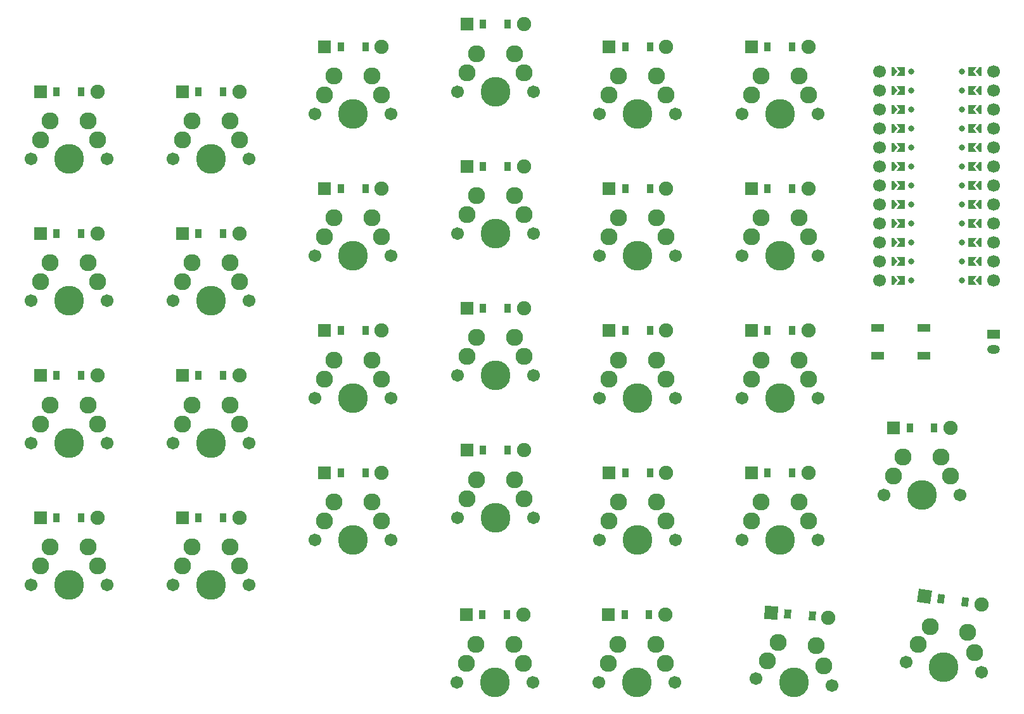
<source format=gbr>
%TF.GenerationSoftware,KiCad,Pcbnew,9.0.5*%
%TF.CreationDate,2025-11-01T14:53:46+08:00*%
%TF.ProjectId,main,6d61696e-2e6b-4696-9361-645f70636258,v1.0.0*%
%TF.SameCoordinates,Original*%
%TF.FileFunction,Soldermask,Top*%
%TF.FilePolarity,Negative*%
%FSLAX46Y46*%
G04 Gerber Fmt 4.6, Leading zero omitted, Abs format (unit mm)*
G04 Created by KiCad (PCBNEW 9.0.5) date 2025-11-01 14:53:46*
%MOMM*%
%LPD*%
G01*
G04 APERTURE LIST*
G04 Aperture macros list*
%AMRotRect*
0 Rectangle, with rotation*
0 The origin of the aperture is its center*
0 $1 length*
0 $2 width*
0 $3 Rotation angle, in degrees counterclockwise*
0 Add horizontal line*
21,1,$1,$2,0,0,$3*%
%AMFreePoly0*
4,1,6,0.250000,0.000000,-0.250000,-0.625000,-0.500000,-0.625000,-0.500000,0.625000,-0.250000,0.625000,0.250000,0.000000,0.250000,0.000000,$1*%
%AMFreePoly1*
4,1,6,0.500000,-0.625000,-0.650000,-0.625000,-0.150000,0.000000,-0.650000,0.625000,0.500000,0.625000,0.500000,-0.625000,0.500000,-0.625000,$1*%
G04 Aperture macros list end*
%ADD10R,1.800000X1.100000*%
%ADD11C,1.701800*%
%ADD12C,3.987800*%
%ADD13C,2.286000*%
%ADD14R,1.778000X1.778000*%
%ADD15R,0.900000X1.200000*%
%ADD16C,1.905000*%
%ADD17RotRect,1.778000X1.778000X352.000000*%
%ADD18RotRect,0.900000X1.200000X352.000000*%
%ADD19FreePoly0,180.000000*%
%ADD20C,1.700000*%
%ADD21FreePoly0,0.000000*%
%ADD22C,0.800000*%
%ADD23FreePoly1,180.000000*%
%ADD24FreePoly1,0.000000*%
%ADD25R,1.700000X1.200000*%
%ADD26O,1.700000X1.200000*%
%ADD27RotRect,1.778000X1.778000X355.000000*%
%ADD28RotRect,0.900000X1.200000X355.000000*%
G04 APERTURE END LIST*
D10*
%TO.C,B1*%
X137692500Y-61130000D03*
X143892500Y-61130000D03*
X137692500Y-64830000D03*
X143892500Y-64830000D03*
%TD*%
D11*
%TO.C,S11*%
X62520000Y-51500000D03*
D12*
X67600000Y-51500000D03*
D11*
X72680000Y-51500000D03*
D13*
X65060000Y-46420000D03*
X70140000Y-46420000D03*
X63790000Y-48960000D03*
X71410000Y-48960000D03*
%TD*%
D11*
%TO.C,S23*%
X119520000Y-51500000D03*
D12*
X124600000Y-51500000D03*
D11*
X129680000Y-51500000D03*
D13*
X122060000Y-46420000D03*
X127140000Y-46420000D03*
X120790000Y-48960000D03*
X128410000Y-48960000D03*
%TD*%
D14*
%TO.C,D4*%
X25790000Y-29500000D03*
D15*
X27950000Y-29500000D03*
X31250000Y-29500000D03*
D16*
X33410000Y-29500000D03*
%TD*%
D14*
%TO.C,D2*%
X25790000Y-67500000D03*
D15*
X27950000Y-67500000D03*
X31250000Y-67500000D03*
D16*
X33410000Y-67500000D03*
%TD*%
D14*
%TO.C,D27*%
X101690000Y-99500000D03*
D15*
X103850000Y-99500000D03*
X107150000Y-99500000D03*
D16*
X109310000Y-99500000D03*
%TD*%
D11*
%TO.C,S10*%
X62520000Y-70500000D03*
D12*
X67600000Y-70500000D03*
D11*
X72680000Y-70500000D03*
D13*
X65060000Y-65420000D03*
X70140000Y-65420000D03*
X63790000Y-67960000D03*
X71410000Y-67960000D03*
%TD*%
D11*
%TO.C,S3*%
X24520000Y-57500000D03*
D12*
X29600000Y-57500000D03*
D11*
X34680000Y-57500000D03*
D13*
X27060000Y-52420000D03*
X32140000Y-52420000D03*
X25790000Y-54960000D03*
X33410000Y-54960000D03*
%TD*%
D11*
%TO.C,S29*%
X141469438Y-105793001D03*
D12*
X146500000Y-106500000D03*
D11*
X151530562Y-107206999D03*
D13*
X144691718Y-101115942D03*
X149722280Y-101822938D03*
X143080578Y-103454470D03*
X150626421Y-104514969D03*
%TD*%
D11*
%TO.C,S28*%
X121439331Y-108057249D03*
D12*
X126500000Y-108500000D03*
D11*
X131560669Y-108942751D03*
D13*
X124412417Y-103217955D03*
X129473086Y-103660707D03*
X122925874Y-105637602D03*
X130516877Y-106301729D03*
%TD*%
D14*
%TO.C,D25*%
X139790000Y-74500000D03*
D15*
X141950000Y-74500000D03*
X145250000Y-74500000D03*
D16*
X147410000Y-74500000D03*
%TD*%
D17*
%TO.C,D29*%
X143979637Y-97057336D03*
D18*
X146118616Y-97357951D03*
X149386500Y-97817223D03*
D16*
X151525479Y-98117838D03*
%TD*%
D11*
%TO.C,S24*%
X119520000Y-32500000D03*
D12*
X124600000Y-32500000D03*
D11*
X129680000Y-32500000D03*
D13*
X122060000Y-27420000D03*
X127140000Y-27420000D03*
X120790000Y-29960000D03*
X128410000Y-29960000D03*
%TD*%
D14*
%TO.C,D8*%
X44790000Y-29500000D03*
D15*
X46950000Y-29500000D03*
X50250000Y-29500000D03*
D16*
X52410000Y-29500000D03*
%TD*%
D14*
%TO.C,D9*%
X63790000Y-80500000D03*
D15*
X65950000Y-80500000D03*
X69250000Y-80500000D03*
D16*
X71410000Y-80500000D03*
%TD*%
D14*
%TO.C,D15*%
X82790000Y-39500000D03*
D15*
X84950000Y-39500000D03*
X88250000Y-39500000D03*
D16*
X90410000Y-39500000D03*
%TD*%
D14*
%TO.C,D23*%
X120790000Y-42500000D03*
D15*
X122950000Y-42500000D03*
X126250000Y-42500000D03*
D16*
X128410000Y-42500000D03*
%TD*%
D14*
%TO.C,D7*%
X44790000Y-48500000D03*
D15*
X46950000Y-48500000D03*
X50250000Y-48500000D03*
D16*
X52410000Y-48500000D03*
%TD*%
D14*
%TO.C,D14*%
X82790000Y-58500000D03*
D15*
X84950000Y-58500000D03*
X88250000Y-58500000D03*
D16*
X90410000Y-58500000D03*
%TD*%
D14*
%TO.C,D16*%
X82790000Y-20500000D03*
D15*
X84950000Y-20500000D03*
X88250000Y-20500000D03*
D16*
X90410000Y-20500000D03*
%TD*%
D11*
%TO.C,S18*%
X100520000Y-70500000D03*
D12*
X105600000Y-70500000D03*
D11*
X110680000Y-70500000D03*
D13*
X103060000Y-65420000D03*
X108140000Y-65420000D03*
X101790000Y-67960000D03*
X109410000Y-67960000D03*
%TD*%
D11*
%TO.C,S15*%
X81520000Y-48500000D03*
D12*
X86600000Y-48500000D03*
D11*
X91680000Y-48500000D03*
D13*
X84060000Y-43420000D03*
X89140000Y-43420000D03*
X82790000Y-45960000D03*
X90410000Y-45960000D03*
%TD*%
D11*
%TO.C,S1*%
X24520000Y-95500000D03*
D12*
X29600000Y-95500000D03*
D11*
X34680000Y-95500000D03*
D13*
X27060000Y-90420000D03*
X32140000Y-90420000D03*
X25790000Y-92960000D03*
X33410000Y-92960000D03*
%TD*%
D11*
%TO.C,S27*%
X100420000Y-108500000D03*
D12*
X105500000Y-108500000D03*
D11*
X110580000Y-108500000D03*
D13*
X102960000Y-103420000D03*
X108040000Y-103420000D03*
X101690000Y-105960000D03*
X109310000Y-105960000D03*
%TD*%
D11*
%TO.C,S14*%
X81520000Y-67500000D03*
D12*
X86600000Y-67500000D03*
D11*
X91680000Y-67500000D03*
D13*
X84060000Y-62420000D03*
X89140000Y-62420000D03*
X82790000Y-64960000D03*
X90410000Y-64960000D03*
%TD*%
D11*
%TO.C,S6*%
X43520000Y-76500000D03*
D12*
X48600000Y-76500000D03*
D11*
X53680000Y-76500000D03*
D13*
X46060000Y-71420000D03*
X51140000Y-71420000D03*
X44790000Y-73960000D03*
X52410000Y-73960000D03*
%TD*%
D11*
%TO.C,S13*%
X81520000Y-86500000D03*
D12*
X86600000Y-86500000D03*
D11*
X91680000Y-86500000D03*
D13*
X84060000Y-81420000D03*
X89140000Y-81420000D03*
X82790000Y-83960000D03*
X90410000Y-83960000D03*
%TD*%
D11*
%TO.C,S2*%
X24520000Y-76500000D03*
D12*
X29600000Y-76500000D03*
D11*
X34680000Y-76500000D03*
D13*
X27060000Y-71420000D03*
X32140000Y-71420000D03*
X25790000Y-73960000D03*
X33410000Y-73960000D03*
%TD*%
D14*
%TO.C,D17*%
X101790000Y-80500000D03*
D15*
X103950000Y-80500000D03*
X107250000Y-80500000D03*
D16*
X109410000Y-80500000D03*
%TD*%
D19*
%TO.C,MCU1*%
X151055000Y-26800000D03*
D20*
X153175000Y-26800000D03*
D19*
X151055000Y-29340000D03*
D20*
X153175000Y-29340000D03*
D19*
X151055000Y-31880000D03*
D20*
X153175000Y-31880000D03*
D19*
X151055000Y-34420000D03*
D20*
X153175000Y-34420000D03*
D19*
X151055000Y-36960000D03*
D20*
X153175000Y-36960000D03*
D19*
X151055000Y-39500000D03*
D20*
X153175000Y-39500000D03*
D19*
X151055000Y-42040000D03*
D20*
X153175000Y-42040000D03*
D19*
X151055000Y-44580000D03*
D20*
X153175000Y-44580000D03*
D19*
X151055000Y-47120000D03*
D20*
X153175000Y-47120000D03*
D19*
X151055000Y-49660000D03*
D20*
X153175000Y-49660000D03*
D19*
X151055000Y-52200000D03*
D20*
X153175000Y-52200000D03*
D19*
X151055000Y-54740000D03*
D20*
X153175000Y-54740000D03*
X137935000Y-54740000D03*
D21*
X140055000Y-54740000D03*
D20*
X137935000Y-52200000D03*
D21*
X140055000Y-52200000D03*
D20*
X137935000Y-49660000D03*
D21*
X140055000Y-49660000D03*
D20*
X137935000Y-47120000D03*
D21*
X140055000Y-47120000D03*
D20*
X137935000Y-44580000D03*
D21*
X140055000Y-44580000D03*
D20*
X137935000Y-42040000D03*
D21*
X140055000Y-42040000D03*
D20*
X137935000Y-39500000D03*
D21*
X140055000Y-39500000D03*
D20*
X137935000Y-36960000D03*
D21*
X140055000Y-36960000D03*
D20*
X137935000Y-34420000D03*
D21*
X140055000Y-34420000D03*
D20*
X137935000Y-31880000D03*
D21*
X140055000Y-31880000D03*
D20*
X137935000Y-29340000D03*
D21*
X140055000Y-29340000D03*
D20*
X137935000Y-26800000D03*
D21*
X140055000Y-26800000D03*
D22*
X148955000Y-26800000D03*
D23*
X150330000Y-26800000D03*
D22*
X148955000Y-29340000D03*
D23*
X150330000Y-29340000D03*
D22*
X148955000Y-31880000D03*
D23*
X150330000Y-31880000D03*
D22*
X148955000Y-34420000D03*
D23*
X150330000Y-34420000D03*
D22*
X148955000Y-36960000D03*
D23*
X150330000Y-36960000D03*
D22*
X148955000Y-39500000D03*
D23*
X150330000Y-39500000D03*
D22*
X148955000Y-42040000D03*
D23*
X150330000Y-42040000D03*
D22*
X148955000Y-44580000D03*
D23*
X150330000Y-44580000D03*
D22*
X148955000Y-47120000D03*
D23*
X150330000Y-47120000D03*
D22*
X148955000Y-49660000D03*
D23*
X150330000Y-49660000D03*
D22*
X148955000Y-52200000D03*
D23*
X150330000Y-52200000D03*
D22*
X148955000Y-54740000D03*
D23*
X150330000Y-54740000D03*
D24*
X140780000Y-54740000D03*
D22*
X142155000Y-54740000D03*
D24*
X140780000Y-52200000D03*
D22*
X142155000Y-52200000D03*
D24*
X140780000Y-49660000D03*
D22*
X142155000Y-49660000D03*
D24*
X140780000Y-47120000D03*
D22*
X142155000Y-47120000D03*
D24*
X140780000Y-44580000D03*
D22*
X142155000Y-44580000D03*
D24*
X140780000Y-42040000D03*
D22*
X142155000Y-42040000D03*
D24*
X140780000Y-39500000D03*
D22*
X142155000Y-39500000D03*
D24*
X140780000Y-36960000D03*
D22*
X142155000Y-36960000D03*
D24*
X140780000Y-34420000D03*
D22*
X142155000Y-34420000D03*
D24*
X140780000Y-31880000D03*
D22*
X142155000Y-31880000D03*
D24*
X140780000Y-29340000D03*
D22*
X142155000Y-29340000D03*
D24*
X140780000Y-26800000D03*
D22*
X142155000Y-26800000D03*
%TD*%
D11*
%TO.C,S4*%
X24520000Y-38500000D03*
D12*
X29600000Y-38500000D03*
D11*
X34680000Y-38500000D03*
D13*
X27060000Y-33420000D03*
X32140000Y-33420000D03*
X25790000Y-35960000D03*
X33410000Y-35960000D03*
%TD*%
D11*
%TO.C,S26*%
X81420000Y-108500000D03*
D12*
X86500000Y-108500000D03*
D11*
X91580000Y-108500000D03*
D13*
X83960000Y-103420000D03*
X89040000Y-103420000D03*
X82690000Y-105960000D03*
X90310000Y-105960000D03*
%TD*%
D14*
%TO.C,D18*%
X101790000Y-61500000D03*
D15*
X103950000Y-61500000D03*
X107250000Y-61500000D03*
D16*
X109410000Y-61500000D03*
%TD*%
D14*
%TO.C,D19*%
X101790000Y-42500000D03*
D15*
X103950000Y-42500000D03*
X107250000Y-42500000D03*
D16*
X109410000Y-42500000D03*
%TD*%
D14*
%TO.C,D3*%
X25790000Y-48500000D03*
D15*
X27950000Y-48500000D03*
X31250000Y-48500000D03*
D16*
X33410000Y-48500000D03*
%TD*%
D14*
%TO.C,D22*%
X120790000Y-61500000D03*
D15*
X122950000Y-61500000D03*
X126250000Y-61500000D03*
D16*
X128410000Y-61500000D03*
%TD*%
D11*
%TO.C,S21*%
X119520000Y-89500000D03*
D12*
X124600000Y-89500000D03*
D11*
X129680000Y-89500000D03*
D13*
X122060000Y-84420000D03*
X127140000Y-84420000D03*
X120790000Y-86960000D03*
X128410000Y-86960000D03*
%TD*%
D14*
%TO.C,D13*%
X82790000Y-77500000D03*
D15*
X84950000Y-77500000D03*
X88250000Y-77500000D03*
D16*
X90410000Y-77500000D03*
%TD*%
D11*
%TO.C,S9*%
X62520000Y-89500000D03*
D12*
X67600000Y-89500000D03*
D11*
X72680000Y-89500000D03*
D13*
X65060000Y-84420000D03*
X70140000Y-84420000D03*
X63790000Y-86960000D03*
X71410000Y-86960000D03*
%TD*%
D14*
%TO.C,D6*%
X44790000Y-67500000D03*
D15*
X46950000Y-67500000D03*
X50250000Y-67500000D03*
D16*
X52410000Y-67500000D03*
%TD*%
D11*
%TO.C,S17*%
X100520000Y-89500000D03*
D12*
X105600000Y-89500000D03*
D11*
X110680000Y-89500000D03*
D13*
X103060000Y-84420000D03*
X108140000Y-84420000D03*
X101790000Y-86960000D03*
X109410000Y-86960000D03*
%TD*%
D25*
%TO.C,JST1*%
X153175000Y-61980000D03*
D26*
X153175000Y-63980000D03*
%TD*%
D11*
%TO.C,S7*%
X43520000Y-57500000D03*
D12*
X48600000Y-57500000D03*
D11*
X53680000Y-57500000D03*
D13*
X46060000Y-52420000D03*
X51140000Y-52420000D03*
X44790000Y-54960000D03*
X52410000Y-54960000D03*
%TD*%
D14*
%TO.C,D12*%
X63790000Y-23500000D03*
D15*
X65950000Y-23500000D03*
X69250000Y-23500000D03*
D16*
X71410000Y-23500000D03*
%TD*%
D14*
%TO.C,D20*%
X101790000Y-23500000D03*
D15*
X103950000Y-23500000D03*
X107250000Y-23500000D03*
D16*
X109410000Y-23500000D03*
%TD*%
D14*
%TO.C,D26*%
X82690000Y-99500000D03*
D15*
X84850000Y-99500000D03*
X88150000Y-99500000D03*
D16*
X90310000Y-99500000D03*
%TD*%
D11*
%TO.C,S12*%
X62520000Y-32500000D03*
D12*
X67600000Y-32500000D03*
D11*
X72680000Y-32500000D03*
D13*
X65060000Y-27420000D03*
X70140000Y-27420000D03*
X63790000Y-29960000D03*
X71410000Y-29960000D03*
%TD*%
D27*
%TO.C,D28*%
X123488900Y-99202185D03*
D28*
X125640681Y-99390441D03*
X128928123Y-99678055D03*
D16*
X131079904Y-99866311D03*
%TD*%
D11*
%TO.C,S20*%
X100520000Y-32500000D03*
D12*
X105600000Y-32500000D03*
D11*
X110680000Y-32500000D03*
D13*
X103060000Y-27420000D03*
X108140000Y-27420000D03*
X101790000Y-29960000D03*
X109410000Y-29960000D03*
%TD*%
D11*
%TO.C,S22*%
X119520000Y-70500000D03*
D12*
X124600000Y-70500000D03*
D11*
X129680000Y-70500000D03*
D13*
X122060000Y-65420000D03*
X127140000Y-65420000D03*
X120790000Y-67960000D03*
X128410000Y-67960000D03*
%TD*%
D14*
%TO.C,D11*%
X63790000Y-42500000D03*
D15*
X65950000Y-42500000D03*
X69250000Y-42500000D03*
D16*
X71410000Y-42500000D03*
%TD*%
D14*
%TO.C,D1*%
X25790000Y-86500000D03*
D15*
X27950000Y-86500000D03*
X31250000Y-86500000D03*
D16*
X33410000Y-86500000D03*
%TD*%
D11*
%TO.C,S5*%
X43520000Y-95500000D03*
D12*
X48600000Y-95500000D03*
D11*
X53680000Y-95500000D03*
D13*
X46060000Y-90420000D03*
X51140000Y-90420000D03*
X44790000Y-92960000D03*
X52410000Y-92960000D03*
%TD*%
D14*
%TO.C,D24*%
X120790000Y-23500000D03*
D15*
X122950000Y-23500000D03*
X126250000Y-23500000D03*
D16*
X128410000Y-23500000D03*
%TD*%
D11*
%TO.C,S16*%
X81520000Y-29500000D03*
D12*
X86600000Y-29500000D03*
D11*
X91680000Y-29500000D03*
D13*
X84060000Y-24420000D03*
X89140000Y-24420000D03*
X82790000Y-26960000D03*
X90410000Y-26960000D03*
%TD*%
D14*
%TO.C,D21*%
X120790000Y-80500000D03*
D15*
X122950000Y-80500000D03*
X126250000Y-80500000D03*
D16*
X128410000Y-80500000D03*
%TD*%
D11*
%TO.C,S25*%
X138520000Y-83500000D03*
D12*
X143600000Y-83500000D03*
D11*
X148680000Y-83500000D03*
D13*
X141060000Y-78420000D03*
X146140000Y-78420000D03*
X139790000Y-80960000D03*
X147410000Y-80960000D03*
%TD*%
D14*
%TO.C,D5*%
X44790000Y-86500000D03*
D15*
X46950000Y-86500000D03*
X50250000Y-86500000D03*
D16*
X52410000Y-86500000D03*
%TD*%
D14*
%TO.C,D10*%
X63790000Y-61500000D03*
D15*
X65950000Y-61500000D03*
X69250000Y-61500000D03*
D16*
X71410000Y-61500000D03*
%TD*%
D11*
%TO.C,S19*%
X100520000Y-51500000D03*
D12*
X105600000Y-51500000D03*
D11*
X110680000Y-51500000D03*
D13*
X103060000Y-46420000D03*
X108140000Y-46420000D03*
X101790000Y-48960000D03*
X109410000Y-48960000D03*
%TD*%
D11*
%TO.C,S8*%
X43520000Y-38500000D03*
D12*
X48600000Y-38500000D03*
D11*
X53680000Y-38500000D03*
D13*
X46060000Y-33420000D03*
X51140000Y-33420000D03*
X44790000Y-35960000D03*
X52410000Y-35960000D03*
%TD*%
M02*

</source>
